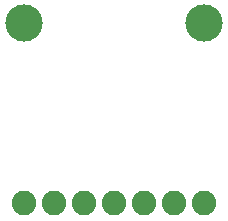
<source format=gbr>
G04 EAGLE Gerber RS-274X export*
G75*
%MOMM*%
%FSLAX34Y34*%
%LPD*%
%INSoldermask Bottom*%
%IPPOS*%
%AMOC8*
5,1,8,0,0,1.08239X$1,22.5*%
G01*
%ADD10C,3.152400*%
%ADD11C,2.082800*%


D10*
X25400Y177800D03*
X177800Y177800D03*
D11*
X25400Y25400D03*
X50800Y25400D03*
X76200Y25400D03*
X101600Y25400D03*
X127000Y25400D03*
X152400Y25400D03*
X177800Y25400D03*
M02*

</source>
